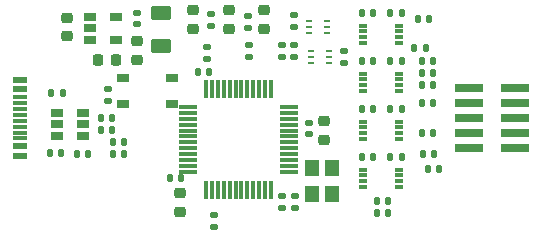
<source format=gbr>
%TF.GenerationSoftware,KiCad,Pcbnew,(6.0.7)*%
%TF.CreationDate,2022-09-06T17:23:01+02:00*%
%TF.ProjectId,bmp22,626d7032-322e-46b6-9963-61645f706362,rev?*%
%TF.SameCoordinates,Original*%
%TF.FileFunction,Paste,Top*%
%TF.FilePolarity,Positive*%
%FSLAX46Y46*%
G04 Gerber Fmt 4.6, Leading zero omitted, Abs format (unit mm)*
G04 Created by KiCad (PCBNEW (6.0.7)) date 2022-09-06 17:23:01*
%MOMM*%
%LPD*%
G01*
G04 APERTURE LIST*
G04 Aperture macros list*
%AMRoundRect*
0 Rectangle with rounded corners*
0 $1 Rounding radius*
0 $2 $3 $4 $5 $6 $7 $8 $9 X,Y pos of 4 corners*
0 Add a 4 corners polygon primitive as box body*
4,1,4,$2,$3,$4,$5,$6,$7,$8,$9,$2,$3,0*
0 Add four circle primitives for the rounded corners*
1,1,$1+$1,$2,$3*
1,1,$1+$1,$4,$5*
1,1,$1+$1,$6,$7*
1,1,$1+$1,$8,$9*
0 Add four rect primitives between the rounded corners*
20,1,$1+$1,$2,$3,$4,$5,0*
20,1,$1+$1,$4,$5,$6,$7,0*
20,1,$1+$1,$6,$7,$8,$9,0*
20,1,$1+$1,$8,$9,$2,$3,0*%
G04 Aperture macros list end*
%ADD10R,0.300000X1.500000*%
%ADD11R,1.500000X0.300000*%
%ADD12R,0.800000X0.300000*%
%ADD13R,0.545000X0.280000*%
%ADD14RoundRect,0.250000X-0.625000X0.375000X-0.625000X-0.375000X0.625000X-0.375000X0.625000X0.375000X0*%
%ADD15RoundRect,0.218750X0.218750X0.256250X-0.218750X0.256250X-0.218750X-0.256250X0.218750X-0.256250X0*%
%ADD16RoundRect,0.218750X-0.256250X0.218750X-0.256250X-0.218750X0.256250X-0.218750X0.256250X0.218750X0*%
%ADD17RoundRect,0.147500X-0.147500X-0.172500X0.147500X-0.172500X0.147500X0.172500X-0.147500X0.172500X0*%
%ADD18RoundRect,0.147500X0.147500X0.172500X-0.147500X0.172500X-0.147500X-0.172500X0.147500X-0.172500X0*%
%ADD19RoundRect,0.147500X0.172500X-0.147500X0.172500X0.147500X-0.172500X0.147500X-0.172500X-0.147500X0*%
%ADD20RoundRect,0.147500X-0.172500X0.147500X-0.172500X-0.147500X0.172500X-0.147500X0.172500X0.147500X0*%
%ADD21R,2.400000X0.740000*%
%ADD22R,1.060000X0.650000*%
%ADD23R,1.200000X1.400000*%
%ADD24R,1.050000X0.650000*%
%ADD25R,1.160000X0.600000*%
%ADD26R,1.160000X0.300000*%
G04 APERTURE END LIST*
D10*
%TO.C,U302*%
X147276000Y-136076000D03*
X146776000Y-136076000D03*
X146276000Y-136076000D03*
X145776000Y-136076000D03*
X145276000Y-136076000D03*
X144776000Y-136076000D03*
X144276000Y-136076000D03*
X143776000Y-136076000D03*
X143276000Y-136076000D03*
X142776000Y-136076000D03*
X142276000Y-136076000D03*
X141776000Y-136076000D03*
D11*
X140276000Y-134576000D03*
X140276000Y-134076000D03*
X140276000Y-133576000D03*
X140276000Y-133076000D03*
X140276000Y-132576000D03*
X140276000Y-132076000D03*
X140276000Y-131576000D03*
X140276000Y-131076000D03*
X140276000Y-130576000D03*
X140276000Y-130076000D03*
X140276000Y-129576000D03*
X140276000Y-129076000D03*
D10*
X141776000Y-127576000D03*
X142276000Y-127576000D03*
X142776000Y-127576000D03*
X143276000Y-127576000D03*
X143776000Y-127576000D03*
X144276000Y-127576000D03*
X144776000Y-127576000D03*
X145276000Y-127576000D03*
X145776000Y-127576000D03*
X146276000Y-127576000D03*
X146776000Y-127576000D03*
X147276000Y-127576000D03*
D11*
X148776000Y-129076000D03*
X148776000Y-129576000D03*
X148776000Y-130076000D03*
X148776000Y-130576000D03*
X148776000Y-131076000D03*
X148776000Y-131576000D03*
X148776000Y-132076000D03*
X148776000Y-132576000D03*
X148776000Y-133076000D03*
X148776000Y-133576000D03*
X148776000Y-134076000D03*
X148776000Y-134576000D03*
%TD*%
D12*
%TO.C,U204*%
X155041000Y-130314000D03*
X155041000Y-130814000D03*
X155041000Y-131314000D03*
X155041000Y-131814000D03*
X158141000Y-131814000D03*
X158141000Y-131314000D03*
X158141000Y-130814000D03*
X158141000Y-130314000D03*
%TD*%
%TO.C,U203*%
X155041000Y-134378000D03*
X155041000Y-134878000D03*
X155041000Y-135378000D03*
X155041000Y-135878000D03*
X158141000Y-135878000D03*
X158141000Y-135378000D03*
X158141000Y-134878000D03*
X158141000Y-134378000D03*
%TD*%
%TO.C,U202*%
X155041000Y-126250000D03*
X155041000Y-126750000D03*
X155041000Y-127250000D03*
X155041000Y-127750000D03*
X158141000Y-127750000D03*
X158141000Y-127250000D03*
X158141000Y-126750000D03*
X158141000Y-126250000D03*
%TD*%
%TO.C,U201*%
X155041000Y-122186000D03*
X155041000Y-122686000D03*
X155041000Y-123186000D03*
X155041000Y-123686000D03*
X158141000Y-123686000D03*
X158141000Y-123186000D03*
X158141000Y-122686000D03*
X158141000Y-122186000D03*
%TD*%
D13*
%TO.C,Q203*%
X150697500Y-124341000D03*
X150697500Y-124841000D03*
X150697500Y-125341000D03*
X152197500Y-125341000D03*
X152197500Y-124841000D03*
X152197500Y-124341000D03*
%TD*%
%TO.C,Q201*%
X150507000Y-121801000D03*
X150507000Y-122301000D03*
X150507000Y-122801000D03*
X152007000Y-122801000D03*
X152007000Y-122301000D03*
X152007000Y-121801000D03*
%TD*%
D14*
%TO.C,D301*%
X138000000Y-123925000D03*
X138000000Y-121125000D03*
%TD*%
D15*
%TO.C,C102*%
X134188300Y-125069600D03*
X132613300Y-125069600D03*
%TD*%
D16*
%TO.C,C103*%
X135900000Y-123512500D03*
X135900000Y-125087500D03*
%TD*%
D17*
%TO.C,C202*%
X157376000Y-121158000D03*
X158346000Y-121158000D03*
%TD*%
%TO.C,C203*%
X154963000Y-133350000D03*
X155933000Y-133350000D03*
%TD*%
%TO.C,C204*%
X157376000Y-133350000D03*
X158346000Y-133350000D03*
%TD*%
D18*
%TO.C,C207*%
X155933000Y-129286000D03*
X154963000Y-129286000D03*
%TD*%
D17*
%TO.C,C208*%
X157376000Y-129286000D03*
X158346000Y-129286000D03*
%TD*%
D19*
%TO.C,C301*%
X142475000Y-139235000D03*
X142475000Y-138265000D03*
%TD*%
D18*
%TO.C,C302*%
X139677000Y-135128000D03*
X138707000Y-135128000D03*
%TD*%
D20*
%TO.C,C303*%
X149275000Y-136640000D03*
X149275000Y-137610000D03*
%TD*%
%TO.C,C305*%
X150475000Y-130415000D03*
X150475000Y-131385000D03*
%TD*%
%TO.C,C306*%
X148250000Y-136640000D03*
X148250000Y-137610000D03*
%TD*%
D16*
%TO.C,C307*%
X139600000Y-136372500D03*
X139600000Y-137947500D03*
%TD*%
%TO.C,C308*%
X151750000Y-130262500D03*
X151750000Y-131837500D03*
%TD*%
D19*
%TO.C,C309*%
X148209000Y-124818000D03*
X148209000Y-123848000D03*
%TD*%
D16*
%TO.C,D302*%
X146700000Y-120912500D03*
X146700000Y-122487500D03*
%TD*%
%TO.C,D303*%
X143700000Y-120912500D03*
X143700000Y-122487500D03*
%TD*%
D21*
%TO.C,J201*%
X167950000Y-132540000D03*
X164050000Y-132540000D03*
X167950000Y-131270000D03*
X164050000Y-131270000D03*
X167950000Y-130000000D03*
X164050000Y-130000000D03*
X167950000Y-128730000D03*
X164050000Y-128730000D03*
X167950000Y-127460000D03*
X164050000Y-127460000D03*
%TD*%
D18*
%TO.C,JP201*%
X157203000Y-137033000D03*
X156233000Y-137033000D03*
%TD*%
%TO.C,R201*%
X161013000Y-126238000D03*
X160043000Y-126238000D03*
%TD*%
%TO.C,R202*%
X161013000Y-131318000D03*
X160043000Y-131318000D03*
%TD*%
%TO.C,R203*%
X161013000Y-127254000D03*
X160043000Y-127254000D03*
%TD*%
%TO.C,R204*%
X161085000Y-133096000D03*
X160115000Y-133096000D03*
%TD*%
%TO.C,R205*%
X157203000Y-138049000D03*
X156233000Y-138049000D03*
%TD*%
%TO.C,R206*%
X161013000Y-128778000D03*
X160043000Y-128778000D03*
%TD*%
%TO.C,R207*%
X160685000Y-121600000D03*
X159715000Y-121600000D03*
%TD*%
%TO.C,R208*%
X161013000Y-125222000D03*
X160043000Y-125222000D03*
%TD*%
%TO.C,R209*%
X161521000Y-134300000D03*
X160551000Y-134300000D03*
%TD*%
D20*
%TO.C,R210*%
X149225000Y-121308000D03*
X149225000Y-122278000D03*
%TD*%
%TO.C,R211*%
X153479500Y-124356000D03*
X153479500Y-125326000D03*
%TD*%
D18*
%TO.C,R301*%
X133835000Y-131064000D03*
X132865000Y-131064000D03*
%TD*%
D17*
%TO.C,R302*%
X130833000Y-133096000D03*
X131803000Y-133096000D03*
%TD*%
D18*
%TO.C,R303*%
X133835000Y-130048000D03*
X132865000Y-130048000D03*
%TD*%
D17*
%TO.C,R306*%
X128547000Y-132969000D03*
X129517000Y-132969000D03*
%TD*%
%TO.C,R307*%
X128674000Y-127889000D03*
X129644000Y-127889000D03*
%TD*%
%TO.C,R309*%
X133881000Y-132080000D03*
X134851000Y-132080000D03*
%TD*%
D20*
%TO.C,R310*%
X133450000Y-127590000D03*
X133450000Y-128560000D03*
%TD*%
D19*
%TO.C,R312*%
X145300000Y-122385000D03*
X145300000Y-121415000D03*
%TD*%
%TO.C,R314*%
X141900000Y-124985000D03*
X141900000Y-124015000D03*
%TD*%
D22*
%TO.C,U101*%
X131996000Y-121478000D03*
X131996000Y-122428000D03*
X131996000Y-123378000D03*
X134196000Y-123378000D03*
X134196000Y-121478000D03*
%TD*%
%TO.C,U301*%
X131402000Y-131506000D03*
X131402000Y-130556000D03*
X131402000Y-129606000D03*
X129202000Y-129606000D03*
X129202000Y-130556000D03*
X129202000Y-131506000D03*
%TD*%
D23*
%TO.C,Y301*%
X152488000Y-136482000D03*
X152488000Y-134282000D03*
X150788000Y-134282000D03*
X150788000Y-136482000D03*
%TD*%
D24*
%TO.C,SW301*%
X134750000Y-128800000D03*
X138900000Y-128800000D03*
X138900000Y-126650000D03*
X134750000Y-126650000D03*
%TD*%
D17*
%TO.C,C304*%
X141065000Y-126100000D03*
X142035000Y-126100000D03*
%TD*%
%TO.C,JP202*%
X159408000Y-124079000D03*
X160378000Y-124079000D03*
%TD*%
D19*
%TO.C,R311*%
X135900000Y-122085000D03*
X135900000Y-121115000D03*
%TD*%
D16*
%TO.C,D304*%
X140700000Y-120912500D03*
X140700000Y-122487500D03*
%TD*%
D17*
%TO.C,C206*%
X157376000Y-125222000D03*
X158346000Y-125222000D03*
%TD*%
D19*
%TO.C,R313*%
X142200000Y-122185000D03*
X142200000Y-121215000D03*
%TD*%
D18*
%TO.C,C201*%
X155933000Y-121158000D03*
X154963000Y-121158000D03*
%TD*%
D20*
%TO.C,R304*%
X149225000Y-123848000D03*
X149225000Y-124818000D03*
%TD*%
D17*
%TO.C,R308*%
X133881000Y-133096000D03*
X134851000Y-133096000D03*
%TD*%
D18*
%TO.C,C205*%
X155933000Y-125222000D03*
X154963000Y-125222000D03*
%TD*%
D25*
%TO.C,J301*%
X126010000Y-126800000D03*
X126010000Y-127600000D03*
D26*
X126010000Y-128250000D03*
X126010000Y-129250000D03*
X126010000Y-130750000D03*
X126010000Y-131750000D03*
D25*
X126010000Y-132400000D03*
X126010000Y-133200000D03*
X126010000Y-133200000D03*
X126010000Y-132400000D03*
D26*
X126010000Y-131250000D03*
X126010000Y-130250000D03*
X126010000Y-129750000D03*
X126010000Y-128750000D03*
D25*
X126010000Y-127600000D03*
X126010000Y-126800000D03*
%TD*%
D16*
%TO.C,C101*%
X130048000Y-121513500D03*
X130048000Y-123088500D03*
%TD*%
D19*
%TO.C,R305*%
X145400000Y-124818000D03*
X145400000Y-123848000D03*
%TD*%
M02*

</source>
